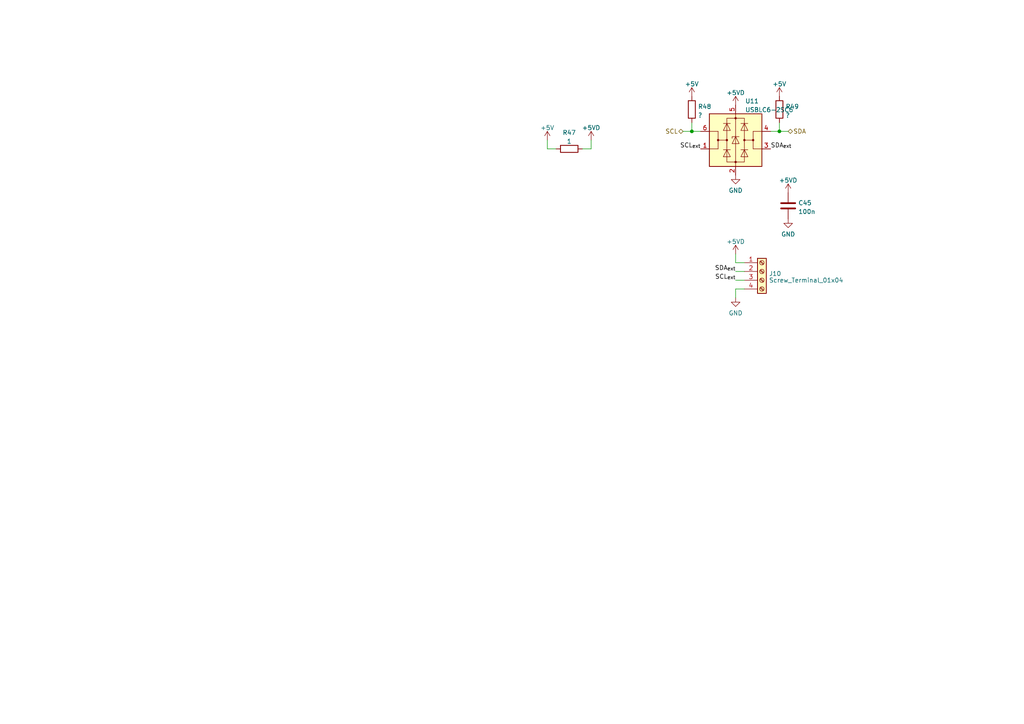
<source format=kicad_sch>
(kicad_sch (version 20230121) (generator eeschema)
  (paper "A4")
  (lib_symbols
    (symbol "Connector:Screw_Terminal_01x04" (pin_names (offset 1.016) hide)
      (property "Reference" "J" (at 0 5.08 0))
      (property "Value" "Screw_Terminal_01x04" (at 0 -7.62 0))
      (symbol "Screw_Terminal_01x04_1_1"
        (rectangle (start -1.27 3.81) (end 1.27 -6.35) (stroke (width 0.254)) (fill (type background)))
        (circle (center 0 -5.08) (radius 0.635) (stroke (width 0.1524)))
        (circle (center 0 -2.54) (radius 0.635) (stroke (width 0.1524)))
        (polyline (pts (xy -0.5334 -4.7498) (xy 0.3302 -5.588)) (stroke (width 0.1524)))
        (polyline (pts (xy -0.5334 -2.2098) (xy 0.3302 -3.048)) (stroke (width 0.1524)))
        (polyline (pts (xy -0.5334 0.3302) (xy 0.3302 -0.508)) (stroke (width 0.1524)))
        (polyline (pts (xy -0.5334 2.8702) (xy 0.3302 2.032)) (stroke (width 0.1524)))
        (polyline (pts (xy -0.3556 -4.572) (xy 0.508 -5.4102)) (stroke (width 0.1524)))
        (polyline (pts (xy -0.3556 -2.032) (xy 0.508 -2.8702)) (stroke (width 0.1524)))
        (polyline (pts (xy -0.3556 0.508) (xy 0.508 -0.3302)) (stroke (width 0.1524)))
        (polyline (pts (xy -0.3556 3.048) (xy 0.508 2.2098)) (stroke (width 0.1524)))
        (circle (center 0 0) (radius 0.635) (stroke (width 0.1524)))
        (circle (center 0 2.54) (radius 0.635) (stroke (width 0.1524)))
        (pin passive line (at -5.08 2.54 0) (length 3.81) (name "Pin_1") (number "1"))
        (pin passive line (at -5.08 0 0) (length 3.81) (name "Pin_2") (number "2"))
        (pin passive line (at -5.08 -2.54 0) (length 3.81) (name "Pin_3") (number "3"))
        (pin passive line (at -5.08 -5.08 0) (length 3.81) (name "Pin_4") (number "4"))
      )
    )
    (symbol "Device:C" (pin_numbers hide) (pin_names (offset 0.254))
      (property "Reference" "C" (at 0.635 2.54 0))
      (property "Value" "C" (at 0.635 -2.54 0))
      (symbol "C_0_1"
        (polyline (pts (xy -2.032 -0.762) (xy 2.032 -0.762)) (stroke (width 0.508)))
        (polyline (pts (xy -2.032 0.762) (xy 2.032 0.762)) (stroke (width 0.508)))
      )
      (symbol "C_1_1"
        (pin passive line (at 0 3.81 270) (length 2.794) (name "~") (number "1"))
        (pin passive line (at 0 -3.81 90) (length 2.794) (name "~") (number "2"))
      )
    )
    (symbol "Device:R" (pin_numbers hide) (pin_names (offset 0))
      (property "Reference" "R" (at 2.032 0 90))
      (property "Value" "R" (at 0 0 90))
      (symbol "R_0_1"
        (rectangle (start -1.016 -2.54) (end 1.016 2.54) (stroke (width 0.254)))
      )
      (symbol "R_1_1"
        (pin passive line (at 0 3.81 270) (length 1.27) (name "~") (number "1"))
        (pin passive line (at 0 -3.81 90) (length 1.27) (name "~") (number "2"))
      )
    )
    (symbol "Power_Protection:USBLC6-2SC6" (pin_names hide)
      (property "Reference" "U" (at 2.54 8.89 0))
      (property "Value" "USBLC6-2SC6" (at 2.54 -8.89 0))
      (symbol "USBLC6-2SC6_0_1"
        (rectangle (start -7.62 -7.62) (end 7.62 7.62) (stroke (width 0.254)) (fill (type background)))
        (circle (center -5.08 0) (radius 0.254) (fill (type outline)))
        (circle (center -2.54 0) (radius 0.254) (fill (type outline)))
        (rectangle (start -2.54 6.35) (end 2.54 -6.35))
        (circle (center 0 -6.35) (radius 0.254) (fill (type outline)))
        (polyline (pts (xy -5.08 -2.54) (xy -7.62 -2.54)))
        (polyline (pts (xy -5.08 0) (xy -5.08 -2.54)))
        (polyline (pts (xy -5.08 2.54) (xy -7.62 2.54)))
        (polyline (pts (xy -1.524 -2.794) (xy -3.556 -2.794)))
        (polyline (pts (xy -1.524 4.826) (xy -3.556 4.826)))
        (polyline (pts (xy 0 -7.62) (xy 0 -6.35)))
        (polyline (pts (xy 0 -6.35) (xy 0 1.27)))
        (polyline (pts (xy 0 1.27) (xy 0 6.35)))
        (polyline (pts (xy 0 6.35) (xy 0 7.62)))
        (polyline (pts (xy 1.524 -2.794) (xy 3.556 -2.794)))
        (polyline (pts (xy 1.524 4.826) (xy 3.556 4.826)))
        (polyline (pts (xy 5.08 -2.54) (xy 7.62 -2.54)))
        (polyline (pts (xy 5.08 0) (xy 5.08 -2.54)))
        (polyline (pts (xy 5.08 2.54) (xy 7.62 2.54)))
        (polyline (pts (xy -2.54 0) (xy -5.08 0) (xy -5.08 2.54)))
        (polyline (pts (xy 2.54 0) (xy 5.08 0) (xy 5.08 2.54)))
        (polyline (pts (xy -3.556 -4.826) (xy -1.524 -4.826) (xy -2.54 -2.794) (xy -3.556 -4.826)))
        (polyline (pts (xy -3.556 2.794) (xy -1.524 2.794) (xy -2.54 4.826) (xy -3.556 2.794)))
        (polyline (pts (xy -1.016 -1.016) (xy 1.016 -1.016) (xy 0 1.016) (xy -1.016 -1.016)))
        (polyline (pts (xy 1.016 1.016) (xy 0.762 1.016) (xy -1.016 1.016) (xy -1.016 0.508)))
        (polyline (pts (xy 3.556 -4.826) (xy 1.524 -4.826) (xy 2.54 -2.794) (xy 3.556 -4.826)))
        (polyline (pts (xy 3.556 2.794) (xy 1.524 2.794) (xy 2.54 4.826) (xy 3.556 2.794)))
        (circle (center 0 6.35) (radius 0.254) (fill (type outline)))
        (circle (center 2.54 0) (radius 0.254) (fill (type outline)))
        (circle (center 5.08 0) (radius 0.254) (fill (type outline)))
      )
      (symbol "USBLC6-2SC6_1_1"
        (pin passive line (at -10.16 -2.54 0) (length 2.54) (name "I/O1") (number "1"))
        (pin passive line (at 0 -10.16 90) (length 2.54) (name "GND") (number "2"))
        (pin passive line (at 10.16 -2.54 180) (length 2.54) (name "I/O2") (number "3"))
        (pin passive line (at 10.16 2.54 180) (length 2.54) (name "I/O2") (number "4"))
        (pin passive line (at 0 10.16 270) (length 2.54) (name "VBUS") (number "5"))
        (pin passive line (at -10.16 2.54 0) (length 2.54) (name "I/O1") (number "6"))
      )
    )
    (symbol "power:+5V" (power) (pin_names (offset 0))
      (property "Value" "+5V" (at 0 3.556 0))
      (symbol "+5V_0_1"
        (polyline (pts (xy -0.762 1.27) (xy 0 2.54)))
        (polyline (pts (xy 0 0) (xy 0 2.54)))
        (polyline (pts (xy 0 2.54) (xy 0.762 1.27)))
      )
      (symbol "+5V_1_1"
        (pin power_in line (at 0 0 90) (length 0) hide (name "+5V") (number "1"))
      )
    )
    (symbol "power:+5VD" (power) (pin_names (offset 0))
      (property "Value" "+5VD" (at 0 3.556 0))
      (symbol "+5VD_0_1"
        (polyline (pts (xy -0.762 1.27) (xy 0 2.54)))
        (polyline (pts (xy 0 0) (xy 0 2.54)))
        (polyline (pts (xy 0 2.54) (xy 0.762 1.27)))
      )
      (symbol "+5VD_1_1"
        (pin power_in line (at 0 0 90) (length 0) hide (name "+5VD") (number "1"))
      )
    )
    (symbol "power:GND" (power) (pin_names (offset 0))
      (property "Value" "GND" (at 0 -3.81 0))
      (symbol "GND_0_1"
        (polyline (pts (xy 0 0) (xy 0 -1.27) (xy 1.27 -1.27) (xy 0 -2.54) (xy -1.27 -1.27) (xy 0 -1.27)))
      )
      (symbol "GND_1_1"
        (pin power_in line (at 0 0 270) (length 0) hide (name "GND") (number "1"))
      )
    )
  )
  (junction (at 200.66 38.1))
  (junction (at 226.06 38.1))
  (wire (pts (xy 200.66 38.1) (xy 203.2 38.1)))
  (wire (pts (xy 226.06 38.1) (xy 228.6 38.1)))
  (wire (pts (xy 213.36 81.28) (xy 215.9 81.28)))
  (wire (pts (xy 158.75 40.64) (xy 158.75 43.18)))
  (wire (pts (xy 200.66 38.1) (xy 198.12 38.1)))
  (wire (pts (xy 200.66 35.56) (xy 200.66 38.1)))
  (wire (pts (xy 213.36 86.36) (xy 213.36 83.82)))
  (wire (pts (xy 213.36 78.74) (xy 215.9 78.74)))
  (wire (pts (xy 226.06 35.56) (xy 226.06 38.1)))
  (wire (pts (xy 213.36 83.82) (xy 215.9 83.82)))
  (wire (pts (xy 223.52 38.1) (xy 226.06 38.1)))
  (wire (pts (xy 171.45 40.64) (xy 171.45 43.18)))
  (wire (pts (xy 213.36 73.66) (xy 213.36 76.2)))
  (wire (pts (xy 171.45 43.18) (xy 168.91 43.18)))
  (wire (pts (xy 158.75 43.18) (xy 161.29 43.18)))
  (wire (pts (xy 213.36 76.2) (xy 215.9 76.2)))
  (label "SDA_{ext}" (at 223.52 43.18 0))
  (label "SCL_{ext}" (at 203.2 43.18 180))
  (label "SDA_{ext}" (at 213.36 78.74 180))
  (label "SCL_{ext}" (at 213.36 81.28 180))
  (hierarchical_label "SDA" (shape bidirectional) (at 228.6 38.1 0))
  (hierarchical_label "SCL" (shape bidirectional) (at 198.12 38.1 180))
  (symbol (lib_id "power:+5VD") (at 213.36 73.66 0) (unit 1)
    (property "Reference" "#PWR0113" (effects hide))
    (property "Value" "~" (at 213.36 70.0842 0))
  )
  (symbol (lib_id "power:+5V") (at 200.66 27.94 0) (unit 1)
    (property "Reference" "#PWR0110" (effects hide))
    (property "Value" "+5V" (at 200.66 24.3642 0))
  )
  (symbol (lib_id "power:+5VD") (at 228.6 55.88 0) (unit 1)
    (property "Reference" "#PWR0116" (effects hide))
    (property "Value" "~" (at 228.6 52.3042 0))
  )
  (symbol (lib_id "Device:R") (at 165.1 43.18 90) (unit 1)
    (property "Reference" "R47" (at 165.1 38.4642 90))
    (property "Value" "1" (at 165.1 41.0011 90))
    (property "Footprint" "Resistor_SMD:R_0603_1608Metric" (effects hide))
  )
  (symbol (lib_id "Power_Protection:USBLC6-2SC6") (at 213.36 40.64 0) (unit 1)
    (property "Reference" "U11" (at 216.1287 29.3202 0) (effects (justify left)))
    (property "Value" "USBLC6-2SC6" (at 216.1287 31.8571 0) (effects (justify left)))
    (property "Footprint" "Package_TO_SOT_SMD:SOT-23-6" (effects hide))
    (property "Datasheet" "https://www.st.com/resource/en/datasheet/usblc6-2.pdf" (effects hide))
  )
  (symbol (lib_id "Device:C") (at 228.6 59.69 180) (unit 1)
    (property "Reference" "C45" (at 231.521 58.8553 0) (effects (justify right)))
    (property "Value" "100n" (at 231.521 61.3922 0) (effects (justify right)))
    (property "Footprint" "Capacitor_SMD:C_0603_1608Metric" (effects hide))
  )
  (symbol (lib_id "Device:R") (at 200.66 31.75 0) (unit 1)
    (property "Reference" "R48" (at 202.438 30.9153 0) (effects (justify left)))
    (property "Value" "?" (at 202.438 33.4522 0) (effects (justify left)))
    (property "Footprint" "Resistor_SMD:R_0603_1608Metric" (effects hide))
  )
  (symbol (lib_id "power:+5VD") (at 213.36 30.48 0) (unit 1)
    (property "Reference" "#PWR0111" (effects hide))
    (property "Value" "~" (at 213.36 26.9042 0))
  )
  (symbol (lib_id "power:GND") (at 213.36 86.36 0) (unit 1)
    (property "Reference" "#PWR0114" (effects hide))
    (property "Value" "GND" (at 213.36 90.8034 0))
  )
  (symbol (lib_id "Connector:Screw_Terminal_01x04") (at 220.98 78.74 0) (unit 1)
    (property "Reference" "J10" (at 223.012 79.3663 0) (effects (justify left)))
    (property "Value" "Screw_Terminal_01x04" (at 223.012 81.2873 0) (effects (justify left)))
    (property "Footprint" "TerminalBlock_TE-Connectivity:TerminalBlock_TE_282834-4_1x04_P2.54mm_Horizontal" (effects hide))
  )
  (symbol (lib_id "power:+5VD") (at 171.45 40.64 0) (unit 1)
    (property "Reference" "#PWR0109" (effects hide))
    (property "Value" "+5VD" (at 171.45 37.0642 0))
  )
  (symbol (lib_id "Device:R") (at 226.06 31.75 0) (unit 1)
    (property "Reference" "R49" (at 227.838 30.9153 0) (effects (justify left)))
    (property "Value" "?" (at 227.838 33.4522 0) (effects (justify left)))
    (property "Footprint" "Resistor_SMD:R_0603_1608Metric" (effects hide))
  )
  (symbol (lib_id "power:GND") (at 228.6 63.5 0) (unit 1)
    (property "Reference" "#PWR0117" (effects hide))
    (property "Value" "GND" (at 228.6 67.9434 0))
  )
  (symbol (lib_id "power:GND") (at 213.36 50.8 0) (unit 1)
    (property "Reference" "#PWR0112" (effects hide))
    (property "Value" "GND" (at 213.36 55.2434 0))
  )
  (symbol (lib_id "power:+5V") (at 158.75 40.64 0) (unit 1)
    (property "Reference" "#PWR0108" (effects hide))
    (property "Value" "+5V" (at 158.75 37.0642 0))
  )
  (symbol (lib_id "power:+5V") (at 226.06 27.94 0) (unit 1)
    (property "Reference" "#PWR0115" (effects hide))
    (property "Value" "+5V" (at 226.06 24.3642 0))
  )
)
</source>
